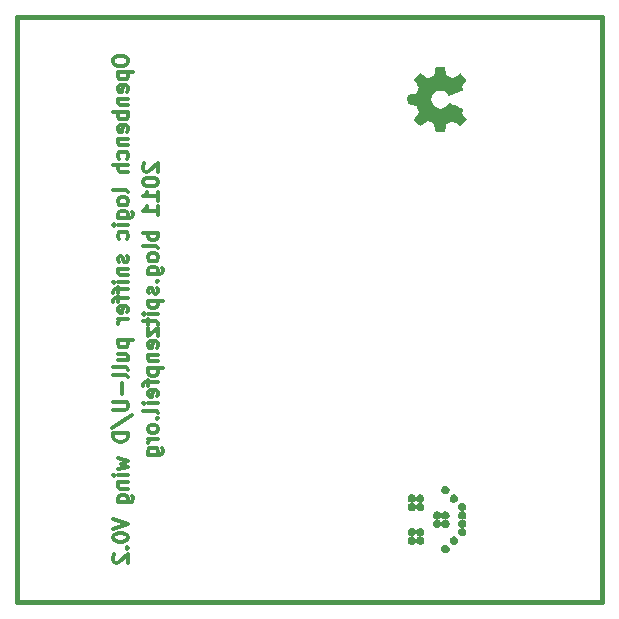
<source format=gbo>
G04 (created by PCBNEW (2013-01-23 BZR 3920)-testing) date Thu 24 Jan 2013 01:04:39 AM CET*
%MOIN*%
G04 Gerber Fmt 3.4, Leading zero omitted, Abs format*
%FSLAX34Y34*%
G01*
G70*
G90*
G04 APERTURE LIST*
%ADD10C,2.3622e-06*%
%ADD11C,0.015*%
%ADD12C,0.012*%
%ADD13C,0.0001*%
%ADD14R,0.06X0.06*%
%ADD15C,0.06*%
%ADD16O,0.08X0.05*%
G04 APERTURE END LIST*
G54D10*
G54D11*
X76250Y-13750D02*
X76250Y-33250D01*
X56750Y-13750D02*
X76250Y-13750D01*
X56750Y-33250D02*
X76250Y-33250D01*
X56750Y-13750D02*
X56750Y-33250D01*
G54D12*
X59952Y-15166D02*
X59952Y-15261D01*
X59976Y-15309D01*
X60023Y-15357D01*
X60119Y-15380D01*
X60285Y-15380D01*
X60380Y-15357D01*
X60428Y-15309D01*
X60452Y-15261D01*
X60452Y-15166D01*
X60428Y-15119D01*
X60380Y-15071D01*
X60285Y-15047D01*
X60119Y-15047D01*
X60023Y-15071D01*
X59976Y-15119D01*
X59952Y-15166D01*
X60119Y-15595D02*
X60619Y-15595D01*
X60142Y-15595D02*
X60119Y-15642D01*
X60119Y-15738D01*
X60142Y-15785D01*
X60166Y-15809D01*
X60214Y-15833D01*
X60357Y-15833D01*
X60404Y-15809D01*
X60428Y-15785D01*
X60452Y-15738D01*
X60452Y-15642D01*
X60428Y-15595D01*
X60428Y-16238D02*
X60452Y-16190D01*
X60452Y-16095D01*
X60428Y-16047D01*
X60380Y-16023D01*
X60190Y-16023D01*
X60142Y-16047D01*
X60119Y-16095D01*
X60119Y-16190D01*
X60142Y-16238D01*
X60190Y-16261D01*
X60238Y-16261D01*
X60285Y-16023D01*
X60119Y-16476D02*
X60452Y-16476D01*
X60166Y-16476D02*
X60142Y-16500D01*
X60119Y-16547D01*
X60119Y-16619D01*
X60142Y-16666D01*
X60190Y-16690D01*
X60452Y-16690D01*
X60452Y-16928D02*
X59952Y-16928D01*
X60142Y-16928D02*
X60119Y-16976D01*
X60119Y-17071D01*
X60142Y-17119D01*
X60166Y-17142D01*
X60214Y-17166D01*
X60357Y-17166D01*
X60404Y-17142D01*
X60428Y-17119D01*
X60452Y-17071D01*
X60452Y-16976D01*
X60428Y-16928D01*
X60428Y-17571D02*
X60452Y-17523D01*
X60452Y-17428D01*
X60428Y-17380D01*
X60380Y-17357D01*
X60190Y-17357D01*
X60142Y-17380D01*
X60119Y-17428D01*
X60119Y-17523D01*
X60142Y-17571D01*
X60190Y-17595D01*
X60238Y-17595D01*
X60285Y-17357D01*
X60119Y-17809D02*
X60452Y-17809D01*
X60166Y-17809D02*
X60142Y-17833D01*
X60119Y-17880D01*
X60119Y-17952D01*
X60142Y-18000D01*
X60190Y-18023D01*
X60452Y-18023D01*
X60428Y-18476D02*
X60452Y-18428D01*
X60452Y-18333D01*
X60428Y-18285D01*
X60404Y-18261D01*
X60357Y-18238D01*
X60214Y-18238D01*
X60166Y-18261D01*
X60142Y-18285D01*
X60119Y-18333D01*
X60119Y-18428D01*
X60142Y-18476D01*
X60452Y-18690D02*
X59952Y-18690D01*
X60452Y-18904D02*
X60190Y-18904D01*
X60142Y-18880D01*
X60119Y-18833D01*
X60119Y-18761D01*
X60142Y-18714D01*
X60166Y-18690D01*
X60452Y-19595D02*
X60428Y-19547D01*
X60380Y-19523D01*
X59952Y-19523D01*
X60452Y-19857D02*
X60428Y-19809D01*
X60404Y-19785D01*
X60357Y-19761D01*
X60214Y-19761D01*
X60166Y-19785D01*
X60142Y-19809D01*
X60119Y-19857D01*
X60119Y-19928D01*
X60142Y-19976D01*
X60166Y-20000D01*
X60214Y-20023D01*
X60357Y-20023D01*
X60404Y-20000D01*
X60428Y-19976D01*
X60452Y-19928D01*
X60452Y-19857D01*
X60119Y-20452D02*
X60523Y-20452D01*
X60571Y-20428D01*
X60595Y-20404D01*
X60619Y-20357D01*
X60619Y-20285D01*
X60595Y-20238D01*
X60428Y-20452D02*
X60452Y-20404D01*
X60452Y-20309D01*
X60428Y-20261D01*
X60404Y-20238D01*
X60357Y-20214D01*
X60214Y-20214D01*
X60166Y-20238D01*
X60142Y-20261D01*
X60119Y-20309D01*
X60119Y-20404D01*
X60142Y-20452D01*
X60452Y-20690D02*
X60119Y-20690D01*
X59952Y-20690D02*
X59976Y-20666D01*
X60000Y-20690D01*
X59976Y-20714D01*
X59952Y-20690D01*
X60000Y-20690D01*
X60428Y-21142D02*
X60452Y-21095D01*
X60452Y-21000D01*
X60428Y-20952D01*
X60404Y-20928D01*
X60357Y-20904D01*
X60214Y-20904D01*
X60166Y-20928D01*
X60142Y-20952D01*
X60119Y-21000D01*
X60119Y-21095D01*
X60142Y-21142D01*
X60428Y-21714D02*
X60452Y-21761D01*
X60452Y-21857D01*
X60428Y-21904D01*
X60380Y-21928D01*
X60357Y-21928D01*
X60309Y-21904D01*
X60285Y-21857D01*
X60285Y-21785D01*
X60261Y-21738D01*
X60214Y-21714D01*
X60190Y-21714D01*
X60142Y-21738D01*
X60119Y-21785D01*
X60119Y-21857D01*
X60142Y-21904D01*
X60119Y-22142D02*
X60452Y-22142D01*
X60166Y-22142D02*
X60142Y-22166D01*
X60119Y-22214D01*
X60119Y-22285D01*
X60142Y-22333D01*
X60190Y-22357D01*
X60452Y-22357D01*
X60452Y-22595D02*
X60119Y-22595D01*
X59952Y-22595D02*
X59976Y-22571D01*
X60000Y-22595D01*
X59976Y-22619D01*
X59952Y-22595D01*
X60000Y-22595D01*
X60119Y-22761D02*
X60119Y-22952D01*
X60452Y-22833D02*
X60023Y-22833D01*
X59976Y-22857D01*
X59952Y-22904D01*
X59952Y-22952D01*
X60119Y-23047D02*
X60119Y-23238D01*
X60452Y-23119D02*
X60023Y-23119D01*
X59976Y-23142D01*
X59952Y-23190D01*
X59952Y-23238D01*
X60428Y-23595D02*
X60452Y-23547D01*
X60452Y-23452D01*
X60428Y-23404D01*
X60380Y-23380D01*
X60190Y-23380D01*
X60142Y-23404D01*
X60119Y-23452D01*
X60119Y-23547D01*
X60142Y-23595D01*
X60190Y-23619D01*
X60238Y-23619D01*
X60285Y-23380D01*
X60452Y-23833D02*
X60119Y-23833D01*
X60214Y-23833D02*
X60166Y-23857D01*
X60142Y-23880D01*
X60119Y-23928D01*
X60119Y-23976D01*
X60119Y-24523D02*
X60619Y-24523D01*
X60142Y-24523D02*
X60119Y-24571D01*
X60119Y-24666D01*
X60142Y-24714D01*
X60166Y-24738D01*
X60214Y-24761D01*
X60357Y-24761D01*
X60404Y-24738D01*
X60428Y-24714D01*
X60452Y-24666D01*
X60452Y-24571D01*
X60428Y-24523D01*
X60119Y-25190D02*
X60452Y-25190D01*
X60119Y-24976D02*
X60380Y-24976D01*
X60428Y-25000D01*
X60452Y-25047D01*
X60452Y-25119D01*
X60428Y-25166D01*
X60404Y-25190D01*
X60452Y-25500D02*
X60428Y-25452D01*
X60380Y-25428D01*
X59952Y-25428D01*
X60452Y-25761D02*
X60428Y-25714D01*
X60380Y-25690D01*
X59952Y-25690D01*
X60261Y-25952D02*
X60261Y-26333D01*
X59952Y-26571D02*
X60357Y-26571D01*
X60404Y-26595D01*
X60428Y-26619D01*
X60452Y-26666D01*
X60452Y-26761D01*
X60428Y-26809D01*
X60404Y-26833D01*
X60357Y-26857D01*
X59952Y-26857D01*
X59928Y-27452D02*
X60571Y-27023D01*
X60452Y-27619D02*
X59952Y-27619D01*
X59952Y-27738D01*
X59976Y-27809D01*
X60023Y-27857D01*
X60071Y-27880D01*
X60166Y-27904D01*
X60238Y-27904D01*
X60333Y-27880D01*
X60380Y-27857D01*
X60428Y-27809D01*
X60452Y-27738D01*
X60452Y-27619D01*
X60119Y-28452D02*
X60452Y-28547D01*
X60214Y-28642D01*
X60452Y-28738D01*
X60119Y-28833D01*
X60452Y-29023D02*
X60119Y-29023D01*
X59952Y-29023D02*
X59976Y-29000D01*
X60000Y-29023D01*
X59976Y-29047D01*
X59952Y-29023D01*
X60000Y-29023D01*
X60119Y-29261D02*
X60452Y-29261D01*
X60166Y-29261D02*
X60142Y-29285D01*
X60119Y-29333D01*
X60119Y-29404D01*
X60142Y-29452D01*
X60190Y-29476D01*
X60452Y-29476D01*
X60119Y-29928D02*
X60523Y-29928D01*
X60571Y-29904D01*
X60595Y-29880D01*
X60619Y-29833D01*
X60619Y-29761D01*
X60595Y-29714D01*
X60428Y-29928D02*
X60452Y-29880D01*
X60452Y-29785D01*
X60428Y-29738D01*
X60404Y-29714D01*
X60357Y-29690D01*
X60214Y-29690D01*
X60166Y-29714D01*
X60142Y-29738D01*
X60119Y-29785D01*
X60119Y-29880D01*
X60142Y-29928D01*
X59952Y-30476D02*
X60452Y-30642D01*
X59952Y-30809D01*
X59952Y-31071D02*
X59952Y-31119D01*
X59976Y-31166D01*
X60000Y-31190D01*
X60047Y-31214D01*
X60142Y-31238D01*
X60261Y-31238D01*
X60357Y-31214D01*
X60404Y-31190D01*
X60428Y-31166D01*
X60452Y-31119D01*
X60452Y-31071D01*
X60428Y-31023D01*
X60404Y-31000D01*
X60357Y-30976D01*
X60261Y-30952D01*
X60142Y-30952D01*
X60047Y-30976D01*
X60000Y-31000D01*
X59976Y-31023D01*
X59952Y-31071D01*
X60404Y-31452D02*
X60428Y-31476D01*
X60452Y-31452D01*
X60428Y-31428D01*
X60404Y-31452D01*
X60452Y-31452D01*
X60000Y-31666D02*
X59976Y-31690D01*
X59952Y-31738D01*
X59952Y-31857D01*
X59976Y-31904D01*
X60000Y-31928D01*
X60047Y-31952D01*
X60095Y-31952D01*
X60166Y-31928D01*
X60452Y-31642D01*
X60452Y-31952D01*
X61000Y-18630D02*
X60976Y-18654D01*
X60952Y-18702D01*
X60952Y-18821D01*
X60976Y-18869D01*
X61000Y-18892D01*
X61047Y-18916D01*
X61095Y-18916D01*
X61166Y-18892D01*
X61452Y-18607D01*
X61452Y-18916D01*
X60952Y-19226D02*
X60952Y-19273D01*
X60976Y-19321D01*
X61000Y-19345D01*
X61047Y-19369D01*
X61142Y-19392D01*
X61261Y-19392D01*
X61357Y-19369D01*
X61404Y-19345D01*
X61428Y-19321D01*
X61452Y-19273D01*
X61452Y-19226D01*
X61428Y-19178D01*
X61404Y-19154D01*
X61357Y-19130D01*
X61261Y-19107D01*
X61142Y-19107D01*
X61047Y-19130D01*
X61000Y-19154D01*
X60976Y-19178D01*
X60952Y-19226D01*
X61452Y-19869D02*
X61452Y-19583D01*
X61452Y-19726D02*
X60952Y-19726D01*
X61023Y-19678D01*
X61071Y-19630D01*
X61095Y-19583D01*
X61452Y-20345D02*
X61452Y-20059D01*
X61452Y-20202D02*
X60952Y-20202D01*
X61023Y-20154D01*
X61071Y-20107D01*
X61095Y-20059D01*
X61452Y-20940D02*
X60952Y-20940D01*
X61142Y-20940D02*
X61119Y-20988D01*
X61119Y-21083D01*
X61142Y-21130D01*
X61166Y-21154D01*
X61214Y-21178D01*
X61357Y-21178D01*
X61404Y-21154D01*
X61428Y-21130D01*
X61452Y-21083D01*
X61452Y-20988D01*
X61428Y-20940D01*
X61452Y-21464D02*
X61428Y-21416D01*
X61380Y-21392D01*
X60952Y-21392D01*
X61452Y-21726D02*
X61428Y-21678D01*
X61404Y-21654D01*
X61357Y-21630D01*
X61214Y-21630D01*
X61166Y-21654D01*
X61142Y-21678D01*
X61119Y-21726D01*
X61119Y-21797D01*
X61142Y-21845D01*
X61166Y-21869D01*
X61214Y-21892D01*
X61357Y-21892D01*
X61404Y-21869D01*
X61428Y-21845D01*
X61452Y-21797D01*
X61452Y-21726D01*
X61119Y-22321D02*
X61523Y-22321D01*
X61571Y-22297D01*
X61595Y-22273D01*
X61619Y-22226D01*
X61619Y-22154D01*
X61595Y-22107D01*
X61428Y-22321D02*
X61452Y-22273D01*
X61452Y-22178D01*
X61428Y-22130D01*
X61404Y-22107D01*
X61357Y-22083D01*
X61214Y-22083D01*
X61166Y-22107D01*
X61142Y-22130D01*
X61119Y-22178D01*
X61119Y-22273D01*
X61142Y-22321D01*
X61404Y-22559D02*
X61428Y-22583D01*
X61452Y-22559D01*
X61428Y-22535D01*
X61404Y-22559D01*
X61452Y-22559D01*
X61428Y-22773D02*
X61452Y-22821D01*
X61452Y-22916D01*
X61428Y-22964D01*
X61380Y-22988D01*
X61357Y-22988D01*
X61309Y-22964D01*
X61285Y-22916D01*
X61285Y-22845D01*
X61261Y-22797D01*
X61214Y-22773D01*
X61190Y-22773D01*
X61142Y-22797D01*
X61119Y-22845D01*
X61119Y-22916D01*
X61142Y-22964D01*
X61119Y-23202D02*
X61619Y-23202D01*
X61142Y-23202D02*
X61119Y-23250D01*
X61119Y-23345D01*
X61142Y-23392D01*
X61166Y-23416D01*
X61214Y-23440D01*
X61357Y-23440D01*
X61404Y-23416D01*
X61428Y-23392D01*
X61452Y-23345D01*
X61452Y-23250D01*
X61428Y-23202D01*
X61452Y-23654D02*
X61119Y-23654D01*
X60952Y-23654D02*
X60976Y-23630D01*
X61000Y-23654D01*
X60976Y-23678D01*
X60952Y-23654D01*
X61000Y-23654D01*
X61119Y-23821D02*
X61119Y-24011D01*
X60952Y-23892D02*
X61380Y-23892D01*
X61428Y-23916D01*
X61452Y-23964D01*
X61452Y-24011D01*
X61119Y-24130D02*
X61119Y-24392D01*
X61452Y-24130D01*
X61452Y-24392D01*
X61428Y-24773D02*
X61452Y-24726D01*
X61452Y-24630D01*
X61428Y-24583D01*
X61380Y-24559D01*
X61190Y-24559D01*
X61142Y-24583D01*
X61119Y-24630D01*
X61119Y-24726D01*
X61142Y-24773D01*
X61190Y-24797D01*
X61238Y-24797D01*
X61285Y-24559D01*
X61119Y-25011D02*
X61452Y-25011D01*
X61166Y-25011D02*
X61142Y-25035D01*
X61119Y-25083D01*
X61119Y-25154D01*
X61142Y-25202D01*
X61190Y-25226D01*
X61452Y-25226D01*
X61119Y-25464D02*
X61619Y-25464D01*
X61142Y-25464D02*
X61119Y-25511D01*
X61119Y-25607D01*
X61142Y-25654D01*
X61166Y-25678D01*
X61214Y-25702D01*
X61357Y-25702D01*
X61404Y-25678D01*
X61428Y-25654D01*
X61452Y-25607D01*
X61452Y-25511D01*
X61428Y-25464D01*
X61119Y-25845D02*
X61119Y-26035D01*
X61452Y-25916D02*
X61023Y-25916D01*
X60976Y-25940D01*
X60952Y-25988D01*
X60952Y-26035D01*
X61428Y-26392D02*
X61452Y-26345D01*
X61452Y-26250D01*
X61428Y-26202D01*
X61380Y-26178D01*
X61190Y-26178D01*
X61142Y-26202D01*
X61119Y-26250D01*
X61119Y-26345D01*
X61142Y-26392D01*
X61190Y-26416D01*
X61238Y-26416D01*
X61285Y-26178D01*
X61452Y-26630D02*
X61119Y-26630D01*
X60952Y-26630D02*
X60976Y-26607D01*
X61000Y-26630D01*
X60976Y-26654D01*
X60952Y-26630D01*
X61000Y-26630D01*
X61452Y-26940D02*
X61428Y-26892D01*
X61380Y-26869D01*
X60952Y-26869D01*
X61404Y-27130D02*
X61428Y-27154D01*
X61452Y-27130D01*
X61428Y-27107D01*
X61404Y-27130D01*
X61452Y-27130D01*
X61452Y-27440D02*
X61428Y-27392D01*
X61404Y-27369D01*
X61357Y-27345D01*
X61214Y-27345D01*
X61166Y-27369D01*
X61142Y-27392D01*
X61119Y-27440D01*
X61119Y-27511D01*
X61142Y-27559D01*
X61166Y-27583D01*
X61214Y-27607D01*
X61357Y-27607D01*
X61404Y-27583D01*
X61428Y-27559D01*
X61452Y-27511D01*
X61452Y-27440D01*
X61452Y-27821D02*
X61119Y-27821D01*
X61214Y-27821D02*
X61166Y-27845D01*
X61142Y-27869D01*
X61119Y-27916D01*
X61119Y-27964D01*
X61119Y-28345D02*
X61523Y-28345D01*
X61571Y-28321D01*
X61595Y-28297D01*
X61619Y-28250D01*
X61619Y-28178D01*
X61595Y-28130D01*
X61428Y-28345D02*
X61452Y-28297D01*
X61452Y-28202D01*
X61428Y-28154D01*
X61404Y-28130D01*
X61357Y-28107D01*
X61214Y-28107D01*
X61166Y-28130D01*
X61142Y-28154D01*
X61119Y-28202D01*
X61119Y-28297D01*
X61142Y-28345D01*
G54D13*
G36*
X71733Y-30076D02*
X71729Y-30048D01*
X71720Y-30021D01*
X71714Y-30010D01*
X71698Y-29986D01*
X71677Y-29967D01*
X71653Y-29953D01*
X71628Y-29943D01*
X71600Y-29939D01*
X71573Y-29940D01*
X71545Y-29947D01*
X71519Y-29959D01*
X71507Y-29967D01*
X71494Y-29979D01*
X71482Y-29992D01*
X71473Y-30004D01*
X71471Y-30008D01*
X71460Y-30032D01*
X71454Y-30057D01*
X71453Y-30085D01*
X71453Y-30094D01*
X71455Y-30110D01*
X71459Y-30124D01*
X71465Y-30138D01*
X71474Y-30154D01*
X71492Y-30177D01*
X71514Y-30196D01*
X71540Y-30210D01*
X71552Y-30214D01*
X71566Y-30217D01*
X71577Y-30219D01*
X71578Y-30219D01*
X71579Y-30220D01*
X71573Y-30221D01*
X71572Y-30221D01*
X71554Y-30225D01*
X71535Y-30232D01*
X71519Y-30240D01*
X71498Y-30256D01*
X71479Y-30277D01*
X71464Y-30302D01*
X71455Y-30330D01*
X71452Y-30359D01*
X71452Y-30367D01*
X71455Y-30389D01*
X71461Y-30410D01*
X71463Y-30415D01*
X71476Y-30438D01*
X71493Y-30459D01*
X71514Y-30477D01*
X71538Y-30490D01*
X71563Y-30497D01*
X71564Y-30498D01*
X71571Y-30499D01*
X71574Y-30500D01*
X71574Y-30500D01*
X71570Y-30501D01*
X71563Y-30503D01*
X71560Y-30503D01*
X71536Y-30511D01*
X71512Y-30525D01*
X71491Y-30543D01*
X71477Y-30560D01*
X71463Y-30584D01*
X71455Y-30611D01*
X71452Y-30641D01*
X71454Y-30662D01*
X71461Y-30690D01*
X71473Y-30715D01*
X71491Y-30738D01*
X71514Y-30756D01*
X71517Y-30758D01*
X71527Y-30765D01*
X71536Y-30769D01*
X71543Y-30771D01*
X71555Y-30775D01*
X71567Y-30778D01*
X71577Y-30780D01*
X71578Y-30780D01*
X71578Y-30780D01*
X71572Y-30781D01*
X71557Y-30785D01*
X71538Y-30792D01*
X71521Y-30800D01*
X71498Y-30817D01*
X71479Y-30838D01*
X71464Y-30863D01*
X71455Y-30891D01*
X71452Y-30920D01*
X71454Y-30946D01*
X71462Y-30974D01*
X71475Y-30999D01*
X71495Y-31021D01*
X71507Y-31032D01*
X71523Y-31043D01*
X71540Y-31051D01*
X71555Y-31056D01*
X71583Y-31061D01*
X71611Y-31060D01*
X71637Y-31054D01*
X71661Y-31043D01*
X71683Y-31028D01*
X71702Y-31009D01*
X71717Y-30986D01*
X71727Y-30960D01*
X71732Y-30932D01*
X71732Y-30929D01*
X71731Y-30900D01*
X71725Y-30874D01*
X71712Y-30848D01*
X71706Y-30839D01*
X71690Y-30820D01*
X71670Y-30804D01*
X71649Y-30792D01*
X71641Y-30789D01*
X71629Y-30785D01*
X71617Y-30782D01*
X71607Y-30781D01*
X71602Y-30781D01*
X71607Y-30780D01*
X71611Y-30779D01*
X71624Y-30777D01*
X71638Y-30773D01*
X71650Y-30768D01*
X71663Y-30762D01*
X71686Y-30744D01*
X71705Y-30723D01*
X71720Y-30698D01*
X71730Y-30670D01*
X71731Y-30665D01*
X71732Y-30646D01*
X71732Y-30626D01*
X71729Y-30607D01*
X71723Y-30589D01*
X71709Y-30562D01*
X71690Y-30539D01*
X71689Y-30538D01*
X71668Y-30522D01*
X71645Y-30510D01*
X71621Y-30502D01*
X71620Y-30502D01*
X71613Y-30501D01*
X71611Y-30500D01*
X71613Y-30499D01*
X71619Y-30498D01*
X71621Y-30498D01*
X71635Y-30494D01*
X71651Y-30488D01*
X71666Y-30480D01*
X71683Y-30467D01*
X71703Y-30446D01*
X71719Y-30421D01*
X71729Y-30393D01*
X71730Y-30388D01*
X71732Y-30369D01*
X71732Y-30349D01*
X71730Y-30331D01*
X71725Y-30315D01*
X71713Y-30289D01*
X71696Y-30266D01*
X71675Y-30246D01*
X71650Y-30232D01*
X71642Y-30229D01*
X71629Y-30225D01*
X71617Y-30222D01*
X71607Y-30220D01*
X71606Y-30220D01*
X71606Y-30220D01*
X71611Y-30219D01*
X71612Y-30219D01*
X71630Y-30214D01*
X71649Y-30207D01*
X71665Y-30199D01*
X71671Y-30195D01*
X71692Y-30177D01*
X71710Y-30155D01*
X71723Y-30131D01*
X71730Y-30104D01*
X71733Y-30076D01*
X71733Y-30076D01*
G37*
G36*
X71452Y-31211D02*
X71451Y-31194D01*
X71450Y-31177D01*
X71445Y-31159D01*
X71433Y-31132D01*
X71417Y-31109D01*
X71396Y-31089D01*
X71371Y-31075D01*
X71345Y-31065D01*
X71316Y-31061D01*
X71288Y-31063D01*
X71261Y-31071D01*
X71236Y-31083D01*
X71213Y-31101D01*
X71195Y-31124D01*
X71190Y-31131D01*
X71178Y-31158D01*
X71171Y-31186D01*
X71171Y-31215D01*
X71177Y-31244D01*
X71187Y-31267D01*
X71203Y-31291D01*
X71224Y-31312D01*
X71249Y-31328D01*
X71277Y-31338D01*
X71291Y-31341D01*
X71309Y-31342D01*
X71327Y-31341D01*
X71342Y-31339D01*
X71348Y-31338D01*
X71376Y-31327D01*
X71401Y-31310D01*
X71421Y-31289D01*
X71438Y-31263D01*
X71443Y-31251D01*
X71448Y-31235D01*
X71451Y-31220D01*
X71452Y-31211D01*
X71452Y-31211D01*
G37*
G36*
X71452Y-29795D02*
X71448Y-29766D01*
X71438Y-29738D01*
X71422Y-29712D01*
X71418Y-29707D01*
X71398Y-29687D01*
X71373Y-29672D01*
X71346Y-29662D01*
X71331Y-29659D01*
X71313Y-29658D01*
X71295Y-29659D01*
X71280Y-29661D01*
X71274Y-29663D01*
X71246Y-29674D01*
X71222Y-29690D01*
X71202Y-29710D01*
X71186Y-29734D01*
X71176Y-29761D01*
X71171Y-29791D01*
X71171Y-29801D01*
X71174Y-29830D01*
X71183Y-29856D01*
X71197Y-29880D01*
X71215Y-29900D01*
X71237Y-29917D01*
X71261Y-29929D01*
X71288Y-29937D01*
X71318Y-29938D01*
X71335Y-29937D01*
X71350Y-29933D01*
X71367Y-29927D01*
X71388Y-29916D01*
X71410Y-29898D01*
X71428Y-29876D01*
X71442Y-29851D01*
X71450Y-29824D01*
X71452Y-29795D01*
X71452Y-29795D01*
G37*
G36*
X71170Y-31490D02*
X71170Y-31471D01*
X71168Y-31453D01*
X71162Y-31433D01*
X71149Y-31407D01*
X71130Y-31384D01*
X71112Y-31369D01*
X71088Y-31354D01*
X71061Y-31345D01*
X71049Y-31343D01*
X71033Y-31342D01*
X71016Y-31343D01*
X71001Y-31345D01*
X70993Y-31347D01*
X70965Y-31358D01*
X70941Y-31374D01*
X70920Y-31395D01*
X70905Y-31421D01*
X70900Y-31430D01*
X70894Y-31448D01*
X70891Y-31466D01*
X70891Y-31488D01*
X70892Y-31501D01*
X70894Y-31516D01*
X70898Y-31530D01*
X70905Y-31545D01*
X70909Y-31554D01*
X70927Y-31578D01*
X70949Y-31597D01*
X70974Y-31612D01*
X71003Y-31621D01*
X71009Y-31622D01*
X71026Y-31623D01*
X71043Y-31622D01*
X71058Y-31621D01*
X71068Y-31618D01*
X71096Y-31607D01*
X71120Y-31591D01*
X71140Y-31571D01*
X71156Y-31546D01*
X71167Y-31517D01*
X71168Y-31509D01*
X71170Y-31490D01*
X71170Y-31490D01*
G37*
G36*
X71171Y-30364D02*
X71169Y-30335D01*
X71161Y-30309D01*
X71154Y-30293D01*
X71137Y-30269D01*
X71116Y-30249D01*
X71092Y-30234D01*
X71064Y-30224D01*
X71059Y-30223D01*
X71036Y-30219D01*
X71014Y-30220D01*
X70990Y-30226D01*
X70962Y-30237D01*
X70939Y-30254D01*
X70919Y-30275D01*
X70904Y-30300D01*
X70894Y-30328D01*
X70889Y-30346D01*
X70888Y-30337D01*
X70888Y-30334D01*
X70882Y-30314D01*
X70873Y-30293D01*
X70860Y-30274D01*
X70858Y-30271D01*
X70837Y-30250D01*
X70814Y-30235D01*
X70788Y-30225D01*
X70760Y-30220D01*
X70733Y-30221D01*
X70705Y-30227D01*
X70679Y-30239D01*
X70678Y-30240D01*
X70655Y-30257D01*
X70636Y-30278D01*
X70623Y-30302D01*
X70614Y-30328D01*
X70610Y-30355D01*
X70612Y-30382D01*
X70619Y-30408D01*
X70631Y-30434D01*
X70648Y-30457D01*
X70662Y-30469D01*
X70682Y-30483D01*
X70704Y-30493D01*
X70725Y-30498D01*
X70730Y-30499D01*
X70733Y-30500D01*
X70731Y-30501D01*
X70725Y-30502D01*
X70706Y-30506D01*
X70686Y-30515D01*
X70667Y-30527D01*
X70658Y-30534D01*
X70639Y-30555D01*
X70624Y-30579D01*
X70614Y-30606D01*
X70610Y-30635D01*
X70612Y-30664D01*
X70616Y-30681D01*
X70628Y-30708D01*
X70644Y-30731D01*
X70665Y-30751D01*
X70689Y-30766D01*
X70717Y-30776D01*
X70731Y-30779D01*
X70759Y-30780D01*
X70787Y-30775D01*
X70814Y-30765D01*
X70837Y-30749D01*
X70858Y-30729D01*
X70874Y-30704D01*
X70879Y-30693D01*
X70884Y-30680D01*
X70887Y-30668D01*
X70889Y-30659D01*
X70889Y-30658D01*
X70890Y-30658D01*
X70891Y-30664D01*
X70895Y-30678D01*
X70902Y-30697D01*
X70910Y-30713D01*
X70916Y-30722D01*
X70933Y-30740D01*
X70953Y-30757D01*
X70974Y-30769D01*
X70997Y-30776D01*
X71022Y-30780D01*
X71047Y-30780D01*
X71052Y-30779D01*
X71081Y-30771D01*
X71106Y-30758D01*
X71130Y-30739D01*
X71143Y-30723D01*
X71159Y-30698D01*
X71168Y-30670D01*
X71169Y-30659D01*
X71170Y-30644D01*
X71169Y-30628D01*
X71168Y-30613D01*
X71166Y-30602D01*
X71163Y-30593D01*
X71149Y-30565D01*
X71131Y-30542D01*
X71108Y-30523D01*
X71097Y-30516D01*
X71078Y-30508D01*
X71060Y-30502D01*
X71058Y-30502D01*
X71052Y-30501D01*
X71049Y-30500D01*
X71049Y-30500D01*
X71012Y-30500D01*
X71012Y-30500D01*
X71008Y-30501D01*
X71001Y-30502D01*
X70999Y-30503D01*
X70974Y-30511D01*
X70951Y-30525D01*
X70930Y-30543D01*
X70912Y-30564D01*
X70900Y-30588D01*
X70899Y-30589D01*
X70895Y-30602D01*
X70892Y-30613D01*
X70890Y-30626D01*
X70888Y-30614D01*
X70884Y-30597D01*
X70872Y-30572D01*
X70856Y-30549D01*
X70836Y-30530D01*
X70814Y-30515D01*
X70802Y-30509D01*
X70787Y-30504D01*
X70775Y-30502D01*
X70770Y-30501D01*
X70767Y-30500D01*
X70769Y-30499D01*
X70775Y-30498D01*
X70786Y-30496D01*
X70800Y-30491D01*
X70814Y-30485D01*
X70828Y-30477D01*
X70849Y-30459D01*
X70867Y-30437D01*
X70880Y-30412D01*
X70888Y-30386D01*
X70890Y-30373D01*
X70892Y-30386D01*
X70893Y-30388D01*
X70896Y-30400D01*
X70900Y-30412D01*
X70901Y-30415D01*
X70914Y-30438D01*
X70931Y-30459D01*
X70953Y-30477D01*
X70976Y-30490D01*
X71001Y-30497D01*
X71002Y-30498D01*
X71009Y-30499D01*
X71012Y-30500D01*
X71049Y-30500D01*
X71049Y-30500D01*
X71052Y-30499D01*
X71060Y-30498D01*
X71078Y-30493D01*
X71103Y-30481D01*
X71125Y-30464D01*
X71144Y-30443D01*
X71158Y-30418D01*
X71158Y-30418D01*
X71167Y-30392D01*
X71171Y-30364D01*
X71171Y-30364D01*
G37*
G36*
X71170Y-29528D02*
X71170Y-29505D01*
X71167Y-29484D01*
X71163Y-29471D01*
X71150Y-29444D01*
X71133Y-29421D01*
X71112Y-29403D01*
X71087Y-29389D01*
X71060Y-29380D01*
X71030Y-29377D01*
X71019Y-29377D01*
X70990Y-29383D01*
X70963Y-29394D01*
X70938Y-29411D01*
X70932Y-29416D01*
X70916Y-29436D01*
X70902Y-29460D01*
X70894Y-29485D01*
X70894Y-29485D01*
X70891Y-29506D01*
X70891Y-29529D01*
X70894Y-29550D01*
X70896Y-29558D01*
X70907Y-29584D01*
X70923Y-29608D01*
X70942Y-29627D01*
X70965Y-29642D01*
X70991Y-29652D01*
X71018Y-29657D01*
X71046Y-29657D01*
X71075Y-29651D01*
X71096Y-29641D01*
X71120Y-29625D01*
X71141Y-29604D01*
X71156Y-29580D01*
X71166Y-29553D01*
X71167Y-29549D01*
X71170Y-29528D01*
X71170Y-29528D01*
G37*
G36*
X70329Y-30916D02*
X70326Y-30889D01*
X70316Y-30862D01*
X70310Y-30849D01*
X70301Y-30836D01*
X70289Y-30823D01*
X70273Y-30809D01*
X70250Y-30794D01*
X70222Y-30784D01*
X70215Y-30783D01*
X70196Y-30781D01*
X70176Y-30781D01*
X70159Y-30783D01*
X70136Y-30791D01*
X70111Y-30804D01*
X70090Y-30821D01*
X70087Y-30824D01*
X70077Y-30837D01*
X70067Y-30852D01*
X70059Y-30866D01*
X70057Y-30871D01*
X70054Y-30882D01*
X70051Y-30894D01*
X70049Y-30902D01*
X70049Y-30907D01*
X70048Y-30902D01*
X70046Y-30895D01*
X70044Y-30886D01*
X70041Y-30876D01*
X70031Y-30855D01*
X70018Y-30834D01*
X70003Y-30817D01*
X70000Y-30815D01*
X69976Y-30798D01*
X69949Y-30786D01*
X69921Y-30781D01*
X69893Y-30781D01*
X69886Y-30782D01*
X69857Y-30790D01*
X69832Y-30803D01*
X69809Y-30822D01*
X69794Y-30839D01*
X69779Y-30863D01*
X69770Y-30891D01*
X69769Y-30896D01*
X69768Y-30915D01*
X69768Y-30935D01*
X69771Y-30953D01*
X69776Y-30969D01*
X69788Y-30995D01*
X69806Y-31017D01*
X69827Y-31036D01*
X69851Y-31050D01*
X69878Y-31058D01*
X69882Y-31059D01*
X69888Y-31061D01*
X69891Y-31062D01*
X69888Y-31063D01*
X69882Y-31063D01*
X69870Y-31066D01*
X69858Y-31071D01*
X69846Y-31076D01*
X69838Y-31080D01*
X69814Y-31097D01*
X69794Y-31119D01*
X69780Y-31143D01*
X69771Y-31171D01*
X69768Y-31201D01*
X69769Y-31224D01*
X69776Y-31251D01*
X69788Y-31276D01*
X69798Y-31290D01*
X69819Y-31310D01*
X69842Y-31326D01*
X69868Y-31337D01*
X69896Y-31342D01*
X69924Y-31341D01*
X69950Y-31335D01*
X69977Y-31324D01*
X70001Y-31307D01*
X70020Y-31286D01*
X70035Y-31260D01*
X70045Y-31231D01*
X70049Y-31216D01*
X70050Y-31225D01*
X70051Y-31231D01*
X70058Y-31253D01*
X70069Y-31275D01*
X70084Y-31296D01*
X70102Y-31312D01*
X70116Y-31322D01*
X70136Y-31332D01*
X70154Y-31338D01*
X70169Y-31341D01*
X70187Y-31342D01*
X70205Y-31341D01*
X70220Y-31339D01*
X70236Y-31334D01*
X70263Y-31321D01*
X70286Y-31303D01*
X70305Y-31281D01*
X70319Y-31255D01*
X70327Y-31225D01*
X70328Y-31218D01*
X70329Y-31201D01*
X70328Y-31183D01*
X70325Y-31167D01*
X70321Y-31155D01*
X70309Y-31129D01*
X70291Y-31106D01*
X70270Y-31087D01*
X70245Y-31073D01*
X70217Y-31064D01*
X70214Y-31063D01*
X70208Y-31062D01*
X70209Y-31061D01*
X70170Y-31061D01*
X70169Y-31062D01*
X70163Y-31064D01*
X70162Y-31064D01*
X70143Y-31069D01*
X70123Y-31078D01*
X70105Y-31089D01*
X70095Y-31098D01*
X70075Y-31119D01*
X70060Y-31145D01*
X70051Y-31173D01*
X70048Y-31187D01*
X70046Y-31177D01*
X70045Y-31169D01*
X70042Y-31160D01*
X70040Y-31154D01*
X70028Y-31129D01*
X70010Y-31106D01*
X69989Y-31087D01*
X69964Y-31073D01*
X69938Y-31064D01*
X69931Y-31063D01*
X69927Y-31061D01*
X69929Y-31060D01*
X69938Y-31058D01*
X69939Y-31058D01*
X69954Y-31054D01*
X69970Y-31047D01*
X69985Y-31038D01*
X69994Y-31031D01*
X70008Y-31018D01*
X70021Y-31004D01*
X70030Y-30991D01*
X70030Y-30990D01*
X70040Y-30968D01*
X70047Y-30945D01*
X70049Y-30936D01*
X70050Y-30947D01*
X70058Y-30972D01*
X70071Y-30997D01*
X70088Y-31019D01*
X70109Y-31037D01*
X70117Y-31042D01*
X70130Y-31048D01*
X70144Y-31054D01*
X70157Y-31058D01*
X70167Y-31060D01*
X70167Y-31060D01*
X70170Y-31061D01*
X70209Y-31061D01*
X70209Y-31060D01*
X70215Y-31059D01*
X70223Y-31057D01*
X70232Y-31055D01*
X70246Y-31049D01*
X70271Y-31035D01*
X70292Y-31017D01*
X70308Y-30995D01*
X70320Y-30970D01*
X70327Y-30944D01*
X70329Y-30916D01*
X70329Y-30916D01*
G37*
G36*
X70329Y-30072D02*
X70325Y-30044D01*
X70315Y-30018D01*
X70300Y-29994D01*
X70281Y-29974D01*
X70258Y-29957D01*
X70232Y-29945D01*
X70223Y-29943D01*
X70215Y-29941D01*
X70213Y-29941D01*
X70208Y-29939D01*
X70208Y-29939D01*
X70169Y-29939D01*
X70165Y-29940D01*
X70155Y-29943D01*
X70139Y-29948D01*
X70114Y-29960D01*
X70092Y-29977D01*
X70074Y-29999D01*
X70060Y-30024D01*
X70051Y-30051D01*
X70048Y-30064D01*
X70046Y-30055D01*
X70046Y-30054D01*
X70040Y-30031D01*
X70030Y-30009D01*
X70024Y-30000D01*
X70012Y-29986D01*
X69999Y-29973D01*
X69985Y-29962D01*
X69973Y-29955D01*
X69955Y-29947D01*
X69938Y-29942D01*
X69931Y-29940D01*
X69927Y-29939D01*
X69929Y-29938D01*
X69938Y-29936D01*
X69956Y-29930D01*
X69982Y-29918D01*
X70005Y-29899D01*
X70023Y-29878D01*
X70038Y-29852D01*
X70046Y-29823D01*
X70048Y-29813D01*
X70051Y-29827D01*
X70054Y-29840D01*
X70066Y-29867D01*
X70083Y-29891D01*
X70105Y-29911D01*
X70113Y-29917D01*
X70126Y-29924D01*
X70141Y-29930D01*
X70151Y-29934D01*
X70162Y-29936D01*
X70162Y-29936D01*
X70168Y-29938D01*
X70169Y-29939D01*
X70208Y-29939D01*
X70209Y-29938D01*
X70216Y-29936D01*
X70226Y-29934D01*
X70247Y-29926D01*
X70267Y-29915D01*
X70278Y-29907D01*
X70299Y-29886D01*
X70314Y-29861D01*
X70325Y-29833D01*
X70327Y-29820D01*
X70329Y-29801D01*
X70328Y-29781D01*
X70325Y-29764D01*
X70325Y-29762D01*
X70313Y-29734D01*
X70297Y-29709D01*
X70276Y-29688D01*
X70252Y-29673D01*
X70223Y-29662D01*
X70211Y-29659D01*
X70191Y-29658D01*
X70171Y-29659D01*
X70154Y-29662D01*
X70139Y-29667D01*
X70119Y-29677D01*
X70102Y-29688D01*
X70088Y-29701D01*
X70074Y-29718D01*
X70063Y-29736D01*
X70060Y-29743D01*
X70055Y-29756D01*
X70051Y-29769D01*
X70049Y-29779D01*
X70049Y-29780D01*
X70048Y-29777D01*
X70045Y-29769D01*
X70040Y-29752D01*
X70033Y-29734D01*
X70024Y-29719D01*
X70022Y-29716D01*
X70005Y-29697D01*
X69985Y-29681D01*
X69964Y-29669D01*
X69954Y-29665D01*
X69926Y-29659D01*
X69897Y-29658D01*
X69869Y-29663D01*
X69863Y-29665D01*
X69837Y-29677D01*
X69814Y-29694D01*
X69795Y-29716D01*
X69780Y-29741D01*
X69770Y-29768D01*
X69770Y-29772D01*
X69768Y-29792D01*
X69768Y-29812D01*
X69771Y-29831D01*
X69772Y-29835D01*
X69783Y-29863D01*
X69799Y-29888D01*
X69820Y-29908D01*
X69846Y-29924D01*
X69854Y-29928D01*
X69867Y-29933D01*
X69879Y-29936D01*
X69888Y-29937D01*
X69889Y-29937D01*
X69891Y-29938D01*
X69887Y-29940D01*
X69879Y-29942D01*
X69859Y-29947D01*
X69835Y-29959D01*
X69813Y-29976D01*
X69794Y-29997D01*
X69780Y-30021D01*
X69780Y-30022D01*
X69771Y-30048D01*
X69768Y-30076D01*
X69770Y-30104D01*
X69777Y-30131D01*
X69784Y-30146D01*
X69801Y-30170D01*
X69822Y-30190D01*
X69846Y-30206D01*
X69874Y-30215D01*
X69880Y-30217D01*
X69902Y-30220D01*
X69924Y-30219D01*
X69950Y-30213D01*
X69977Y-30201D01*
X70001Y-30185D01*
X70020Y-30163D01*
X70035Y-30138D01*
X70045Y-30109D01*
X70047Y-30103D01*
X70049Y-30098D01*
X70049Y-30098D01*
X70050Y-30107D01*
X70055Y-30123D01*
X70062Y-30140D01*
X70072Y-30156D01*
X70084Y-30172D01*
X70105Y-30192D01*
X70131Y-30207D01*
X70135Y-30209D01*
X70162Y-30217D01*
X70191Y-30220D01*
X70220Y-30216D01*
X70247Y-30207D01*
X70260Y-30201D01*
X70273Y-30192D01*
X70286Y-30180D01*
X70287Y-30179D01*
X70306Y-30156D01*
X70319Y-30131D01*
X70327Y-30103D01*
X70328Y-30100D01*
X70329Y-30072D01*
X70329Y-30072D01*
G37*
G36*
X71734Y-17164D02*
X71728Y-17152D01*
X71712Y-17127D01*
X71688Y-17090D01*
X71659Y-17047D01*
X71629Y-17003D01*
X71605Y-16968D01*
X71589Y-16943D01*
X71584Y-16932D01*
X71586Y-16927D01*
X71596Y-16906D01*
X71611Y-16876D01*
X71620Y-16859D01*
X71632Y-16831D01*
X71634Y-16818D01*
X71631Y-16815D01*
X71610Y-16805D01*
X71574Y-16790D01*
X71526Y-16769D01*
X71471Y-16745D01*
X71411Y-16720D01*
X71350Y-16694D01*
X71291Y-16670D01*
X71239Y-16649D01*
X71196Y-16632D01*
X71167Y-16620D01*
X71154Y-16616D01*
X71151Y-16617D01*
X71138Y-16631D01*
X71120Y-16655D01*
X71078Y-16707D01*
X71014Y-16758D01*
X70941Y-16789D01*
X70861Y-16800D01*
X70786Y-16791D01*
X70714Y-16761D01*
X70650Y-16711D01*
X70602Y-16651D01*
X70571Y-16580D01*
X70562Y-16500D01*
X70570Y-16424D01*
X70599Y-16351D01*
X70648Y-16286D01*
X70680Y-16259D01*
X70745Y-16221D01*
X70815Y-16200D01*
X70833Y-16197D01*
X70910Y-16201D01*
X70983Y-16223D01*
X71049Y-16264D01*
X71103Y-16320D01*
X71109Y-16327D01*
X71128Y-16354D01*
X71142Y-16371D01*
X71153Y-16385D01*
X71389Y-16287D01*
X71426Y-16271D01*
X71491Y-16244D01*
X71546Y-16221D01*
X71590Y-16202D01*
X71620Y-16189D01*
X71632Y-16183D01*
X71632Y-16182D01*
X71634Y-16174D01*
X71627Y-16156D01*
X71611Y-16123D01*
X71600Y-16101D01*
X71588Y-16076D01*
X71584Y-16065D01*
X71589Y-16055D01*
X71604Y-16031D01*
X71628Y-15996D01*
X71657Y-15954D01*
X71684Y-15914D01*
X71708Y-15877D01*
X71725Y-15850D01*
X71732Y-15837D01*
X71732Y-15835D01*
X71726Y-15823D01*
X71708Y-15802D01*
X71678Y-15770D01*
X71633Y-15724D01*
X71626Y-15717D01*
X71588Y-15680D01*
X71556Y-15650D01*
X71534Y-15629D01*
X71523Y-15622D01*
X71523Y-15622D01*
X71510Y-15629D01*
X71484Y-15646D01*
X71446Y-15670D01*
X71402Y-15700D01*
X71289Y-15778D01*
X71182Y-15735D01*
X71149Y-15722D01*
X71109Y-15705D01*
X71081Y-15693D01*
X71068Y-15687D01*
X71064Y-15675D01*
X71057Y-15646D01*
X71048Y-15603D01*
X71039Y-15552D01*
X71030Y-15504D01*
X71022Y-15461D01*
X71016Y-15429D01*
X71013Y-15415D01*
X71011Y-15411D01*
X71004Y-15409D01*
X70989Y-15407D01*
X70963Y-15406D01*
X70921Y-15405D01*
X70861Y-15405D01*
X70854Y-15405D01*
X70796Y-15406D01*
X70751Y-15407D01*
X70721Y-15408D01*
X70709Y-15410D01*
X70709Y-15410D01*
X70706Y-15424D01*
X70699Y-15455D01*
X70691Y-15498D01*
X70681Y-15550D01*
X70680Y-15554D01*
X70670Y-15605D01*
X70661Y-15649D01*
X70654Y-15679D01*
X70650Y-15692D01*
X70646Y-15695D01*
X70626Y-15705D01*
X70594Y-15720D01*
X70555Y-15737D01*
X70514Y-15754D01*
X70478Y-15769D01*
X70450Y-15779D01*
X70438Y-15782D01*
X70438Y-15781D01*
X70425Y-15774D01*
X70398Y-15756D01*
X70361Y-15731D01*
X70317Y-15700D01*
X70314Y-15698D01*
X70270Y-15668D01*
X70233Y-15644D01*
X70206Y-15628D01*
X70194Y-15622D01*
X70194Y-15622D01*
X70181Y-15632D01*
X70156Y-15654D01*
X70122Y-15686D01*
X70084Y-15725D01*
X70072Y-15737D01*
X70030Y-15779D01*
X70003Y-15809D01*
X69988Y-15827D01*
X69985Y-15836D01*
X69985Y-15837D01*
X69993Y-15850D01*
X70011Y-15877D01*
X70037Y-15915D01*
X70067Y-15959D01*
X70069Y-15962D01*
X70099Y-16006D01*
X70124Y-16043D01*
X70141Y-16069D01*
X70148Y-16080D01*
X70148Y-16082D01*
X70142Y-16100D01*
X70131Y-16131D01*
X70117Y-16169D01*
X70100Y-16210D01*
X70085Y-16246D01*
X70072Y-16274D01*
X70065Y-16287D01*
X70064Y-16287D01*
X70049Y-16292D01*
X70016Y-16300D01*
X69971Y-16309D01*
X69917Y-16319D01*
X69908Y-16321D01*
X69856Y-16331D01*
X69813Y-16339D01*
X69783Y-16345D01*
X69771Y-16348D01*
X69769Y-16356D01*
X69767Y-16381D01*
X69766Y-16420D01*
X69766Y-16467D01*
X69766Y-16516D01*
X69767Y-16565D01*
X69769Y-16606D01*
X69771Y-16636D01*
X69773Y-16648D01*
X69774Y-16648D01*
X69790Y-16653D01*
X69823Y-16660D01*
X69868Y-16669D01*
X69922Y-16680D01*
X69932Y-16682D01*
X69984Y-16691D01*
X70026Y-16700D01*
X70056Y-16706D01*
X70067Y-16710D01*
X70070Y-16714D01*
X70079Y-16736D01*
X70094Y-16771D01*
X70111Y-16814D01*
X70152Y-16914D01*
X70067Y-17037D01*
X70060Y-17049D01*
X70030Y-17093D01*
X70005Y-17129D01*
X69989Y-17154D01*
X69983Y-17165D01*
X69984Y-17166D01*
X69994Y-17178D01*
X70017Y-17202D01*
X70050Y-17236D01*
X70088Y-17274D01*
X70117Y-17303D01*
X70151Y-17337D01*
X70174Y-17358D01*
X70189Y-17370D01*
X70198Y-17374D01*
X70204Y-17373D01*
X70217Y-17365D01*
X70244Y-17347D01*
X70281Y-17322D01*
X70325Y-17292D01*
X70361Y-17267D01*
X70402Y-17241D01*
X70432Y-17223D01*
X70446Y-17217D01*
X70452Y-17219D01*
X70476Y-17227D01*
X70513Y-17242D01*
X70556Y-17260D01*
X70653Y-17303D01*
X70666Y-17367D01*
X70673Y-17406D01*
X70683Y-17460D01*
X70693Y-17511D01*
X70709Y-17592D01*
X71005Y-17595D01*
X71011Y-17583D01*
X71014Y-17571D01*
X71021Y-17541D01*
X71029Y-17498D01*
X71039Y-17448D01*
X71047Y-17405D01*
X71055Y-17361D01*
X71061Y-17330D01*
X71064Y-17316D01*
X71068Y-17313D01*
X71089Y-17302D01*
X71123Y-17287D01*
X71163Y-17270D01*
X71204Y-17252D01*
X71243Y-17237D01*
X71272Y-17226D01*
X71287Y-17222D01*
X71298Y-17228D01*
X71324Y-17245D01*
X71360Y-17269D01*
X71403Y-17298D01*
X71446Y-17327D01*
X71483Y-17352D01*
X71509Y-17369D01*
X71521Y-17377D01*
X71530Y-17373D01*
X71550Y-17356D01*
X71584Y-17323D01*
X71632Y-17275D01*
X71639Y-17267D01*
X71676Y-17229D01*
X71706Y-17196D01*
X71726Y-17174D01*
X71734Y-17164D01*
X71734Y-17164D01*
G37*
%LPC*%
G54D14*
X65250Y-25750D03*
G54D15*
X66250Y-25750D03*
X65250Y-26750D03*
X66250Y-26750D03*
X65250Y-27750D03*
X66250Y-27750D03*
G54D14*
X65250Y-19250D03*
G54D15*
X66250Y-19250D03*
X65250Y-20250D03*
X66250Y-20250D03*
X65250Y-21250D03*
X66250Y-21250D03*
G54D16*
X59250Y-15000D03*
X59250Y-16000D03*
X59250Y-17000D03*
X59250Y-18000D03*
X59250Y-19000D03*
X59250Y-20000D03*
X59250Y-21000D03*
X59250Y-22000D03*
X62250Y-22000D03*
X62250Y-21000D03*
X62250Y-20000D03*
X62250Y-19000D03*
X62250Y-18000D03*
X62250Y-17000D03*
X62250Y-16000D03*
X62250Y-15000D03*
X72250Y-22000D03*
X72250Y-21000D03*
X72250Y-20000D03*
X72250Y-19000D03*
X72250Y-18000D03*
X72250Y-17000D03*
X72250Y-16000D03*
X72250Y-15000D03*
X69250Y-15000D03*
X69250Y-16000D03*
X69250Y-17000D03*
X69250Y-18000D03*
X69250Y-19000D03*
X69250Y-20000D03*
X69250Y-21000D03*
X69250Y-22000D03*
X72250Y-32000D03*
X72250Y-31000D03*
X72250Y-30000D03*
X72250Y-29000D03*
X72250Y-28000D03*
X72250Y-27000D03*
X72250Y-26000D03*
X72250Y-25000D03*
X69250Y-25000D03*
X69250Y-26000D03*
X69250Y-27000D03*
X69250Y-28000D03*
X69250Y-29000D03*
X69250Y-30000D03*
X69250Y-31000D03*
X69250Y-32000D03*
X59250Y-25000D03*
X59250Y-26000D03*
X59250Y-27000D03*
X59250Y-28000D03*
X59250Y-29000D03*
X59250Y-30000D03*
X59250Y-31000D03*
X59250Y-32000D03*
X62250Y-32000D03*
X62250Y-31000D03*
X62250Y-30000D03*
X62250Y-29000D03*
X62250Y-28000D03*
X62250Y-27000D03*
X62250Y-26000D03*
X62250Y-25000D03*
G54D14*
X65750Y-14750D03*
G54D15*
X65750Y-15750D03*
X65750Y-16750D03*
X65750Y-17750D03*
G54D14*
X57750Y-15000D03*
G54D15*
X57750Y-16000D03*
X57750Y-17000D03*
X57750Y-18000D03*
X57750Y-19000D03*
X57750Y-20000D03*
X57750Y-21000D03*
X57750Y-22000D03*
X57750Y-23000D03*
G54D14*
X57750Y-32000D03*
G54D15*
X57750Y-31000D03*
X57750Y-30000D03*
X57750Y-29000D03*
X57750Y-28000D03*
X57750Y-27000D03*
X57750Y-26000D03*
X57750Y-25000D03*
X57750Y-24000D03*
G54D14*
X75250Y-15000D03*
G54D15*
X75250Y-16000D03*
X75250Y-17000D03*
X75250Y-18000D03*
X75250Y-19000D03*
X75250Y-20000D03*
X75250Y-21000D03*
X75250Y-22000D03*
X75250Y-23000D03*
G54D14*
X75250Y-32000D03*
G54D15*
X75250Y-31000D03*
X75250Y-30000D03*
X75250Y-29000D03*
X75250Y-28000D03*
X75250Y-27000D03*
X75250Y-26000D03*
X75250Y-25000D03*
X75250Y-24000D03*
G54D14*
X63750Y-14750D03*
G54D15*
X63750Y-15750D03*
X63750Y-16750D03*
X63750Y-17750D03*
X63750Y-18750D03*
X63750Y-19750D03*
X63750Y-20750D03*
X63750Y-21750D03*
X63750Y-22750D03*
G54D14*
X63750Y-24250D03*
G54D15*
X63750Y-25250D03*
X63750Y-26250D03*
X63750Y-27250D03*
X63750Y-28250D03*
X63750Y-29250D03*
X63750Y-30250D03*
X63750Y-31250D03*
X63750Y-32250D03*
G54D14*
X67750Y-22750D03*
G54D15*
X67750Y-21750D03*
X67750Y-20750D03*
X67750Y-19750D03*
X67750Y-18750D03*
X67750Y-17750D03*
X67750Y-16750D03*
X67750Y-15750D03*
X67750Y-14750D03*
G54D14*
X67750Y-32250D03*
G54D15*
X67750Y-31250D03*
X67750Y-30250D03*
X67750Y-29250D03*
X67750Y-28250D03*
X67750Y-27250D03*
X67750Y-26250D03*
X67750Y-25250D03*
X67750Y-24250D03*
M02*

</source>
